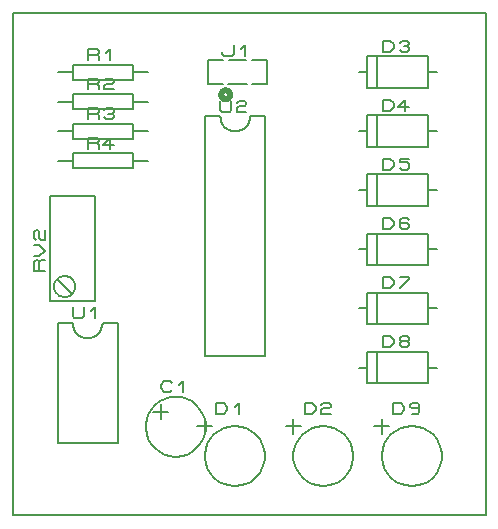
<source format=gbr>
G04 PROTEUS GERBER X2 FILE*
%TF.GenerationSoftware,Labcenter,Proteus,8.6-SP2-Build23525*%
%TF.CreationDate,2021-09-04T14:22:35+00:00*%
%TF.FileFunction,Legend,Top*%
%TF.FilePolarity,Positive*%
%TF.Part,Single*%
%FSLAX45Y45*%
%MOMM*%
G01*
%TA.AperFunction,Material*%
%ADD70C,0.508000*%
%ADD71C,0.152400*%
%ADD20C,0.203200*%
%TA.AperFunction,Profile*%
%ADD19C,0.203200*%
%TD.AperFunction*%
D70*
X-2161900Y+2309500D02*
X-2162031Y+2312658D01*
X-2163097Y+2318976D01*
X-2165328Y+2325294D01*
X-2168973Y+2331612D01*
X-2174548Y+2337851D01*
X-2180866Y+2342447D01*
X-2187184Y+2345380D01*
X-2193502Y+2347042D01*
X-2199820Y+2347600D01*
X-2200000Y+2347600D01*
X-2238100Y+2309500D02*
X-2237969Y+2312658D01*
X-2236903Y+2318976D01*
X-2234672Y+2325294D01*
X-2231027Y+2331612D01*
X-2225452Y+2337851D01*
X-2219134Y+2342447D01*
X-2212816Y+2345380D01*
X-2206498Y+2347042D01*
X-2200180Y+2347600D01*
X-2200000Y+2347600D01*
X-2238100Y+2309500D02*
X-2237969Y+2306342D01*
X-2236903Y+2300024D01*
X-2234672Y+2293706D01*
X-2231027Y+2287388D01*
X-2225452Y+2281149D01*
X-2219134Y+2276553D01*
X-2212816Y+2273620D01*
X-2206498Y+2271958D01*
X-2200180Y+2271400D01*
X-2200000Y+2271400D01*
X-2161900Y+2309500D02*
X-2162031Y+2306342D01*
X-2163097Y+2300024D01*
X-2165328Y+2293706D01*
X-2168973Y+2287388D01*
X-2174548Y+2281149D01*
X-2180866Y+2276553D01*
X-2187184Y+2273620D01*
X-2193502Y+2271958D01*
X-2199820Y+2271400D01*
X-2200000Y+2271400D01*
D71*
X-2348920Y+2399340D02*
X-2222407Y+2399340D01*
X-1851080Y+2399340D02*
X-1851080Y+2600000D01*
X-1974809Y+2600000D01*
X-2348920Y+2600000D02*
X-2348920Y+2399340D01*
X-1977593Y+2399340D02*
X-1851080Y+2399340D01*
X-2025191Y+2600000D02*
X-2174809Y+2600000D01*
X-2225191Y+2600000D02*
X-2348920Y+2600000D01*
X-2177593Y+2399340D02*
X-2022407Y+2399340D01*
D20*
X-2227000Y+2668580D02*
X-2227000Y+2653340D01*
X-2211125Y+2638100D01*
X-2147625Y+2638100D01*
X-2131750Y+2653340D01*
X-2131750Y+2729540D01*
X-2068250Y+2699060D02*
X-2036500Y+2729540D01*
X-2036500Y+2638100D01*
X-3623000Y+2500000D02*
X-3496000Y+2500000D01*
X-3496000Y+2436500D02*
X-2988000Y+2436500D01*
X-2988000Y+2563500D01*
X-3496000Y+2563500D01*
X-3496000Y+2436500D01*
X-2988000Y+2500000D02*
X-2861000Y+2500000D01*
X-3369000Y+2604140D02*
X-3369000Y+2695580D01*
X-3289625Y+2695580D01*
X-3273750Y+2680340D01*
X-3273750Y+2665100D01*
X-3289625Y+2649860D01*
X-3369000Y+2649860D01*
X-3289625Y+2649860D02*
X-3273750Y+2634620D01*
X-3273750Y+2604140D01*
X-3210250Y+2665100D02*
X-3178500Y+2695580D01*
X-3178500Y+2604140D01*
X-3623000Y+2250000D02*
X-3496000Y+2250000D01*
X-3496000Y+2186500D02*
X-2988000Y+2186500D01*
X-2988000Y+2313500D01*
X-3496000Y+2313500D01*
X-3496000Y+2186500D01*
X-2988000Y+2250000D02*
X-2861000Y+2250000D01*
X-3369000Y+2354140D02*
X-3369000Y+2445580D01*
X-3289625Y+2445580D01*
X-3273750Y+2430340D01*
X-3273750Y+2415100D01*
X-3289625Y+2399860D01*
X-3369000Y+2399860D01*
X-3289625Y+2399860D02*
X-3273750Y+2384620D01*
X-3273750Y+2354140D01*
X-3226125Y+2430340D02*
X-3210250Y+2445580D01*
X-3162625Y+2445580D01*
X-3146750Y+2430340D01*
X-3146750Y+2415100D01*
X-3162625Y+2399860D01*
X-3210250Y+2399860D01*
X-3226125Y+2384620D01*
X-3226125Y+2354140D01*
X-3146750Y+2354140D01*
X-3623000Y+2000000D02*
X-3496000Y+2000000D01*
X-3496000Y+1936500D02*
X-2988000Y+1936500D01*
X-2988000Y+2063500D01*
X-3496000Y+2063500D01*
X-3496000Y+1936500D01*
X-2988000Y+2000000D02*
X-2861000Y+2000000D01*
X-3369000Y+2104140D02*
X-3369000Y+2195580D01*
X-3289625Y+2195580D01*
X-3273750Y+2180340D01*
X-3273750Y+2165100D01*
X-3289625Y+2149860D01*
X-3369000Y+2149860D01*
X-3289625Y+2149860D02*
X-3273750Y+2134620D01*
X-3273750Y+2104140D01*
X-3226125Y+2180340D02*
X-3210250Y+2195580D01*
X-3162625Y+2195580D01*
X-3146750Y+2180340D01*
X-3146750Y+2165100D01*
X-3162625Y+2149860D01*
X-3146750Y+2134620D01*
X-3146750Y+2119380D01*
X-3162625Y+2104140D01*
X-3210250Y+2104140D01*
X-3226125Y+2119380D01*
X-3194375Y+2149860D02*
X-3162625Y+2149860D01*
X-3623000Y+1750000D02*
X-3496000Y+1750000D01*
X-3496000Y+1686500D02*
X-2988000Y+1686500D01*
X-2988000Y+1813500D01*
X-3496000Y+1813500D01*
X-3496000Y+1686500D01*
X-2988000Y+1750000D02*
X-2861000Y+1750000D01*
X-3369000Y+1854140D02*
X-3369000Y+1945580D01*
X-3289625Y+1945580D01*
X-3273750Y+1930340D01*
X-3273750Y+1915100D01*
X-3289625Y+1899860D01*
X-3369000Y+1899860D01*
X-3289625Y+1899860D02*
X-3273750Y+1884620D01*
X-3273750Y+1854140D01*
X-3146750Y+1884620D02*
X-3242000Y+1884620D01*
X-3178500Y+1945580D01*
X-3178500Y+1854140D01*
X-3690500Y+559500D02*
X-3309500Y+559500D01*
X-3309500Y+1448500D01*
X-3690500Y+1448500D01*
X-3690500Y+559500D01*
X-3474600Y+686500D02*
X-3474902Y+693822D01*
X-3477357Y+708467D01*
X-3482489Y+723112D01*
X-3490864Y+737757D01*
X-3503678Y+752261D01*
X-3518323Y+763065D01*
X-3532968Y+769993D01*
X-3547613Y+773969D01*
X-3562258Y+775391D01*
X-3563500Y+775400D01*
X-3652400Y+686500D02*
X-3652098Y+693822D01*
X-3649643Y+708467D01*
X-3644511Y+723112D01*
X-3636136Y+737757D01*
X-3623322Y+752261D01*
X-3608677Y+763065D01*
X-3594032Y+769993D01*
X-3579387Y+773969D01*
X-3564742Y+775391D01*
X-3563500Y+775400D01*
X-3652400Y+686500D02*
X-3652098Y+679178D01*
X-3649643Y+664533D01*
X-3644511Y+649888D01*
X-3636136Y+635243D01*
X-3623322Y+620739D01*
X-3608677Y+609935D01*
X-3594032Y+603007D01*
X-3579387Y+599031D01*
X-3564742Y+597609D01*
X-3563500Y+597600D01*
X-3474600Y+686500D02*
X-3474902Y+679178D01*
X-3477357Y+664533D01*
X-3482489Y+649888D01*
X-3490864Y+635243D01*
X-3503678Y+620739D01*
X-3518323Y+609935D01*
X-3532968Y+603007D01*
X-3547613Y+599031D01*
X-3562258Y+597609D01*
X-3563500Y+597600D01*
X-3500000Y+623000D02*
X-3627000Y+750000D01*
X-3731140Y+813500D02*
X-3822580Y+813500D01*
X-3822580Y+892875D01*
X-3807340Y+908750D01*
X-3792100Y+908750D01*
X-3776860Y+892875D01*
X-3776860Y+813500D01*
X-3776860Y+892875D02*
X-3761620Y+908750D01*
X-3731140Y+908750D01*
X-3822580Y+940500D02*
X-3776860Y+940500D01*
X-3731140Y+988125D01*
X-3776860Y+1035750D01*
X-3822580Y+1035750D01*
X-3807340Y+1083375D02*
X-3822580Y+1099250D01*
X-3822580Y+1146875D01*
X-3807340Y+1162750D01*
X-3792100Y+1162750D01*
X-3776860Y+1146875D01*
X-3776860Y+1099250D01*
X-3761620Y+1083375D01*
X-3731140Y+1083375D01*
X-3731140Y+1162750D01*
X-2373000Y+2127000D02*
X-2246000Y+2127000D01*
X-2119000Y+2000000D02*
X-2093124Y+2002436D01*
X-2069152Y+2009485D01*
X-2047562Y+2020762D01*
X-2028830Y+2035878D01*
X-2013431Y+2054446D01*
X-2001842Y+2076081D01*
X-1994540Y+2100394D01*
X-1992000Y+2127000D01*
X-2119000Y+2000000D02*
X-2145606Y+2002436D01*
X-2169919Y+2009485D01*
X-2191554Y+2020762D01*
X-2210122Y+2035878D01*
X-2225238Y+2054446D01*
X-2236515Y+2076081D01*
X-2243564Y+2100394D01*
X-2246000Y+2127000D01*
X-1992000Y+2127000D02*
X-1865000Y+2127000D01*
X-2373000Y+95000D02*
X-1865000Y+95000D01*
X-2373000Y+2127000D02*
X-2373000Y+95000D01*
X-1865000Y+95000D02*
X-1865000Y+2127000D01*
X-2246000Y+2259080D02*
X-2246000Y+2182880D01*
X-2230125Y+2167640D01*
X-2166625Y+2167640D01*
X-2150750Y+2182880D01*
X-2150750Y+2259080D01*
X-2103125Y+2243840D02*
X-2087250Y+2259080D01*
X-2039625Y+2259080D01*
X-2023750Y+2243840D01*
X-2023750Y+2228600D01*
X-2039625Y+2213360D01*
X-2087250Y+2213360D01*
X-2103125Y+2198120D01*
X-2103125Y+2167640D01*
X-2023750Y+2167640D01*
X-3242000Y+377000D02*
X-3115000Y+377000D01*
X-3115000Y-639000D01*
X-3623000Y-639000D01*
X-3623000Y+377000D01*
X-3496000Y+377000D01*
X-3369000Y+250000D02*
X-3343124Y+252436D01*
X-3319152Y+259485D01*
X-3297562Y+270762D01*
X-3278830Y+285878D01*
X-3263431Y+304446D01*
X-3251842Y+326081D01*
X-3244540Y+350394D01*
X-3242000Y+377000D01*
X-3369000Y+250000D02*
X-3395606Y+252436D01*
X-3419919Y+259485D01*
X-3441554Y+270762D01*
X-3460122Y+285878D01*
X-3475238Y+304446D01*
X-3486515Y+326081D01*
X-3493564Y+350394D01*
X-3496000Y+377000D01*
X-3496000Y+509080D02*
X-3496000Y+432880D01*
X-3480125Y+417640D01*
X-3416625Y+417640D01*
X-3400750Y+432880D01*
X-3400750Y+509080D01*
X-3337250Y+478600D02*
X-3305500Y+509080D01*
X-3305500Y+417640D01*
X-1001080Y+2367920D02*
X-482920Y+2367920D01*
X-482920Y+2634620D01*
X-1001080Y+2634620D01*
X-1001080Y+2367920D01*
X-919800Y+2632080D02*
X-919800Y+2370460D01*
X-1072200Y+2500000D02*
X-1001080Y+2500000D01*
X-482920Y+2500000D02*
X-411800Y+2500000D01*
X-869000Y+2675260D02*
X-869000Y+2766700D01*
X-805500Y+2766700D01*
X-773750Y+2736220D01*
X-773750Y+2705740D01*
X-805500Y+2675260D01*
X-869000Y+2675260D01*
X-726125Y+2751460D02*
X-710250Y+2766700D01*
X-662625Y+2766700D01*
X-646750Y+2751460D01*
X-646750Y+2736220D01*
X-662625Y+2720980D01*
X-646750Y+2705740D01*
X-646750Y+2690500D01*
X-662625Y+2675260D01*
X-710250Y+2675260D01*
X-726125Y+2690500D01*
X-694375Y+2720980D02*
X-662625Y+2720980D01*
X-1001080Y+1867920D02*
X-482920Y+1867920D01*
X-482920Y+2134620D01*
X-1001080Y+2134620D01*
X-1001080Y+1867920D01*
X-919800Y+2132080D02*
X-919800Y+1870460D01*
X-1072200Y+2000000D02*
X-1001080Y+2000000D01*
X-482920Y+2000000D02*
X-411800Y+2000000D01*
X-869000Y+2175260D02*
X-869000Y+2266700D01*
X-805500Y+2266700D01*
X-773750Y+2236220D01*
X-773750Y+2205740D01*
X-805500Y+2175260D01*
X-869000Y+2175260D01*
X-646750Y+2205740D02*
X-742000Y+2205740D01*
X-678500Y+2266700D01*
X-678500Y+2175260D01*
X-1001080Y+1367920D02*
X-482920Y+1367920D01*
X-482920Y+1634620D01*
X-1001080Y+1634620D01*
X-1001080Y+1367920D01*
X-919800Y+1632080D02*
X-919800Y+1370460D01*
X-1072200Y+1500000D02*
X-1001080Y+1500000D01*
X-482920Y+1500000D02*
X-411800Y+1500000D01*
X-869000Y+1675260D02*
X-869000Y+1766700D01*
X-805500Y+1766700D01*
X-773750Y+1736220D01*
X-773750Y+1705740D01*
X-805500Y+1675260D01*
X-869000Y+1675260D01*
X-646750Y+1766700D02*
X-726125Y+1766700D01*
X-726125Y+1736220D01*
X-662625Y+1736220D01*
X-646750Y+1720980D01*
X-646750Y+1690500D01*
X-662625Y+1675260D01*
X-710250Y+1675260D01*
X-726125Y+1690500D01*
X-1001080Y+867920D02*
X-482920Y+867920D01*
X-482920Y+1134620D01*
X-1001080Y+1134620D01*
X-1001080Y+867920D01*
X-919800Y+1132080D02*
X-919800Y+870460D01*
X-1072200Y+1000000D02*
X-1001080Y+1000000D01*
X-482920Y+1000000D02*
X-411800Y+1000000D01*
X-869000Y+1175260D02*
X-869000Y+1266700D01*
X-805500Y+1266700D01*
X-773750Y+1236220D01*
X-773750Y+1205740D01*
X-805500Y+1175260D01*
X-869000Y+1175260D01*
X-646750Y+1251460D02*
X-662625Y+1266700D01*
X-710250Y+1266700D01*
X-726125Y+1251460D01*
X-726125Y+1190500D01*
X-710250Y+1175260D01*
X-662625Y+1175260D01*
X-646750Y+1190500D01*
X-646750Y+1205740D01*
X-662625Y+1220980D01*
X-726125Y+1220980D01*
X-1001080Y+367920D02*
X-482920Y+367920D01*
X-482920Y+634620D01*
X-1001080Y+634620D01*
X-1001080Y+367920D01*
X-919800Y+632080D02*
X-919800Y+370460D01*
X-1072200Y+500000D02*
X-1001080Y+500000D01*
X-482920Y+500000D02*
X-411800Y+500000D01*
X-869000Y+675260D02*
X-869000Y+766700D01*
X-805500Y+766700D01*
X-773750Y+736220D01*
X-773750Y+705740D01*
X-805500Y+675260D01*
X-869000Y+675260D01*
X-726125Y+766700D02*
X-646750Y+766700D01*
X-646750Y+751460D01*
X-726125Y+675260D01*
X-1001080Y-132080D02*
X-482920Y-132080D01*
X-482920Y+134620D01*
X-1001080Y+134620D01*
X-1001080Y-132080D01*
X-919800Y+132080D02*
X-919800Y-129540D01*
X-1072200Y+0D02*
X-1001080Y+0D01*
X-482920Y+0D02*
X-411800Y+0D01*
X-869000Y+175260D02*
X-869000Y+266700D01*
X-805500Y+266700D01*
X-773750Y+236220D01*
X-773750Y+205740D01*
X-805500Y+175260D01*
X-869000Y+175260D01*
X-710250Y+220980D02*
X-726125Y+236220D01*
X-726125Y+251460D01*
X-710250Y+266700D01*
X-662625Y+266700D01*
X-646750Y+251460D01*
X-646750Y+236220D01*
X-662625Y+220980D01*
X-710250Y+220980D01*
X-726125Y+205740D01*
X-726125Y+190500D01*
X-710250Y+175260D01*
X-662625Y+175260D01*
X-646750Y+190500D01*
X-646750Y+205740D01*
X-662625Y+220980D01*
X-2369000Y-500000D02*
X-2369827Y-479517D01*
X-2376545Y-438550D01*
X-2390563Y-397583D01*
X-2413341Y-356616D01*
X-2448141Y-315771D01*
X-2489108Y-284155D01*
X-2530075Y-263608D01*
X-2571042Y-251371D01*
X-2612009Y-246238D01*
X-2623000Y-246000D01*
X-2877000Y-500000D02*
X-2876173Y-479517D01*
X-2869455Y-438550D01*
X-2855437Y-397583D01*
X-2832659Y-356616D01*
X-2797859Y-315771D01*
X-2756892Y-284155D01*
X-2715925Y-263608D01*
X-2674958Y-251371D01*
X-2633991Y-246238D01*
X-2623000Y-246000D01*
X-2877000Y-500000D02*
X-2876173Y-520483D01*
X-2869455Y-561450D01*
X-2855437Y-602417D01*
X-2832659Y-643384D01*
X-2797859Y-684229D01*
X-2756892Y-715845D01*
X-2715925Y-736392D01*
X-2674958Y-748629D01*
X-2633991Y-753762D01*
X-2623000Y-754000D01*
X-2369000Y-500000D02*
X-2369827Y-520483D01*
X-2376545Y-561450D01*
X-2390563Y-602417D01*
X-2413341Y-643384D01*
X-2448141Y-684229D01*
X-2489108Y-715845D01*
X-2530075Y-736392D01*
X-2571042Y-748629D01*
X-2612009Y-753762D01*
X-2623000Y-754000D01*
X-2813500Y-373000D02*
X-2686500Y-373000D01*
X-2750000Y-309500D02*
X-2750000Y-436500D01*
X-2655670Y-190120D02*
X-2671545Y-205360D01*
X-2719170Y-205360D01*
X-2750920Y-174880D01*
X-2750920Y-144400D01*
X-2719170Y-113920D01*
X-2671545Y-113920D01*
X-2655670Y-129160D01*
X-2592170Y-144400D02*
X-2560420Y-113920D01*
X-2560420Y-205360D01*
X-1869000Y-750000D02*
X-1869827Y-729517D01*
X-1876545Y-688550D01*
X-1890563Y-647583D01*
X-1913341Y-606616D01*
X-1948141Y-565771D01*
X-1989108Y-534155D01*
X-2030075Y-513608D01*
X-2071042Y-501371D01*
X-2112009Y-496238D01*
X-2123000Y-496000D01*
X-2377000Y-750000D02*
X-2376173Y-729517D01*
X-2369455Y-688550D01*
X-2355437Y-647583D01*
X-2332659Y-606616D01*
X-2297859Y-565771D01*
X-2256892Y-534155D01*
X-2215925Y-513608D01*
X-2174958Y-501371D01*
X-2133991Y-496238D01*
X-2123000Y-496000D01*
X-2377000Y-750000D02*
X-2376173Y-770483D01*
X-2369455Y-811450D01*
X-2355437Y-852417D01*
X-2332659Y-893384D01*
X-2297859Y-934229D01*
X-2256892Y-965845D01*
X-2215925Y-986392D01*
X-2174958Y-998629D01*
X-2133991Y-1003762D01*
X-2123000Y-1004000D01*
X-1869000Y-750000D02*
X-1869827Y-770483D01*
X-1876545Y-811450D01*
X-1890563Y-852417D01*
X-1913341Y-893384D01*
X-1948141Y-934229D01*
X-1989108Y-965845D01*
X-2030075Y-986392D01*
X-2071042Y-998629D01*
X-2112009Y-1003762D01*
X-2123000Y-1004000D01*
X-2440500Y-496000D02*
X-2313500Y-496000D01*
X-2377000Y-432500D02*
X-2377000Y-559500D01*
X-2281750Y-391860D02*
X-2281750Y-300420D01*
X-2218250Y-300420D01*
X-2186500Y-330900D01*
X-2186500Y-361380D01*
X-2218250Y-391860D01*
X-2281750Y-391860D01*
X-2123000Y-330900D02*
X-2091250Y-300420D01*
X-2091250Y-391860D01*
X-1119000Y-750000D02*
X-1119827Y-729517D01*
X-1126545Y-688550D01*
X-1140563Y-647583D01*
X-1163341Y-606616D01*
X-1198141Y-565771D01*
X-1239108Y-534155D01*
X-1280075Y-513608D01*
X-1321042Y-501371D01*
X-1362009Y-496238D01*
X-1373000Y-496000D01*
X-1627000Y-750000D02*
X-1626173Y-729517D01*
X-1619455Y-688550D01*
X-1605437Y-647583D01*
X-1582659Y-606616D01*
X-1547859Y-565771D01*
X-1506892Y-534155D01*
X-1465925Y-513608D01*
X-1424958Y-501371D01*
X-1383991Y-496238D01*
X-1373000Y-496000D01*
X-1627000Y-750000D02*
X-1626173Y-770483D01*
X-1619455Y-811450D01*
X-1605437Y-852417D01*
X-1582659Y-893384D01*
X-1547859Y-934229D01*
X-1506892Y-965845D01*
X-1465925Y-986392D01*
X-1424958Y-998629D01*
X-1383991Y-1003762D01*
X-1373000Y-1004000D01*
X-1119000Y-750000D02*
X-1119827Y-770483D01*
X-1126545Y-811450D01*
X-1140563Y-852417D01*
X-1163341Y-893384D01*
X-1198141Y-934229D01*
X-1239108Y-965845D01*
X-1280075Y-986392D01*
X-1321042Y-998629D01*
X-1362009Y-1003762D01*
X-1373000Y-1004000D01*
X-1690500Y-496000D02*
X-1563500Y-496000D01*
X-1627000Y-432500D02*
X-1627000Y-559500D01*
X-1531750Y-391860D02*
X-1531750Y-300420D01*
X-1468250Y-300420D01*
X-1436500Y-330900D01*
X-1436500Y-361380D01*
X-1468250Y-391860D01*
X-1531750Y-391860D01*
X-1388875Y-315660D02*
X-1373000Y-300420D01*
X-1325375Y-300420D01*
X-1309500Y-315660D01*
X-1309500Y-330900D01*
X-1325375Y-346140D01*
X-1373000Y-346140D01*
X-1388875Y-361380D01*
X-1388875Y-391860D01*
X-1309500Y-391860D01*
X-369000Y-750000D02*
X-369827Y-729517D01*
X-376545Y-688550D01*
X-390563Y-647583D01*
X-413341Y-606616D01*
X-448141Y-565771D01*
X-489108Y-534155D01*
X-530075Y-513608D01*
X-571042Y-501371D01*
X-612009Y-496238D01*
X-623000Y-496000D01*
X-877000Y-750000D02*
X-876173Y-729517D01*
X-869455Y-688550D01*
X-855437Y-647583D01*
X-832659Y-606616D01*
X-797859Y-565771D01*
X-756892Y-534155D01*
X-715925Y-513608D01*
X-674958Y-501371D01*
X-633991Y-496238D01*
X-623000Y-496000D01*
X-877000Y-750000D02*
X-876173Y-770483D01*
X-869455Y-811450D01*
X-855437Y-852417D01*
X-832659Y-893384D01*
X-797859Y-934229D01*
X-756892Y-965845D01*
X-715925Y-986392D01*
X-674958Y-998629D01*
X-633991Y-1003762D01*
X-623000Y-1004000D01*
X-369000Y-750000D02*
X-369827Y-770483D01*
X-376545Y-811450D01*
X-390563Y-852417D01*
X-413341Y-893384D01*
X-448141Y-934229D01*
X-489108Y-965845D01*
X-530075Y-986392D01*
X-571042Y-998629D01*
X-612009Y-1003762D01*
X-623000Y-1004000D01*
X-940500Y-496000D02*
X-813500Y-496000D01*
X-877000Y-432500D02*
X-877000Y-559500D01*
X-781750Y-391860D02*
X-781750Y-300420D01*
X-718250Y-300420D01*
X-686500Y-330900D01*
X-686500Y-361380D01*
X-718250Y-391860D01*
X-781750Y-391860D01*
X-559500Y-330900D02*
X-575375Y-346140D01*
X-623000Y-346140D01*
X-638875Y-330900D01*
X-638875Y-315660D01*
X-623000Y-300420D01*
X-575375Y-300420D01*
X-559500Y-315660D01*
X-559500Y-376620D01*
X-575375Y-391860D01*
X-623000Y-391860D01*
D19*
X-4000000Y+3000000D02*
X-4000000Y-1250000D01*
X+0Y-1250000D01*
X+0Y+3000000D01*
X-4000000Y+3000000D02*
X+0Y+3000000D01*
M02*

</source>
